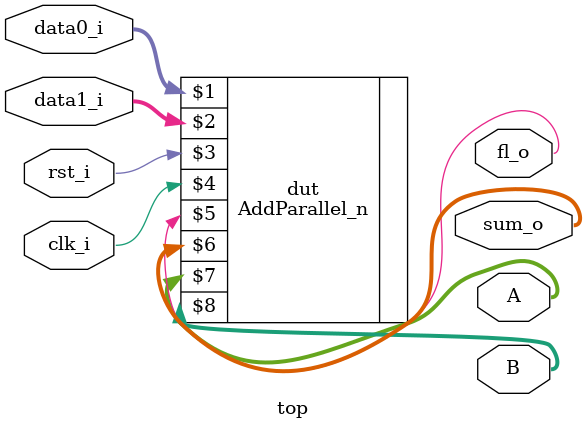
<source format=sv>
module top#(parameter n=8)(data0_i,data1_i,rst_i,clk_i,fl_o,sum_o,A,B);
input logic [n-1:0] data0_i,data1_i;
input logic rst_i,clk_i;
output logic fl_o;
output logic [n:0] sum_o;
output logic [n:0] A,B;
 AddParallel_n#(n) dut(data0_i,data1_i,rst_i,clk_i,fl_o,sum_o,A,B);
  endmodule:top

</source>
